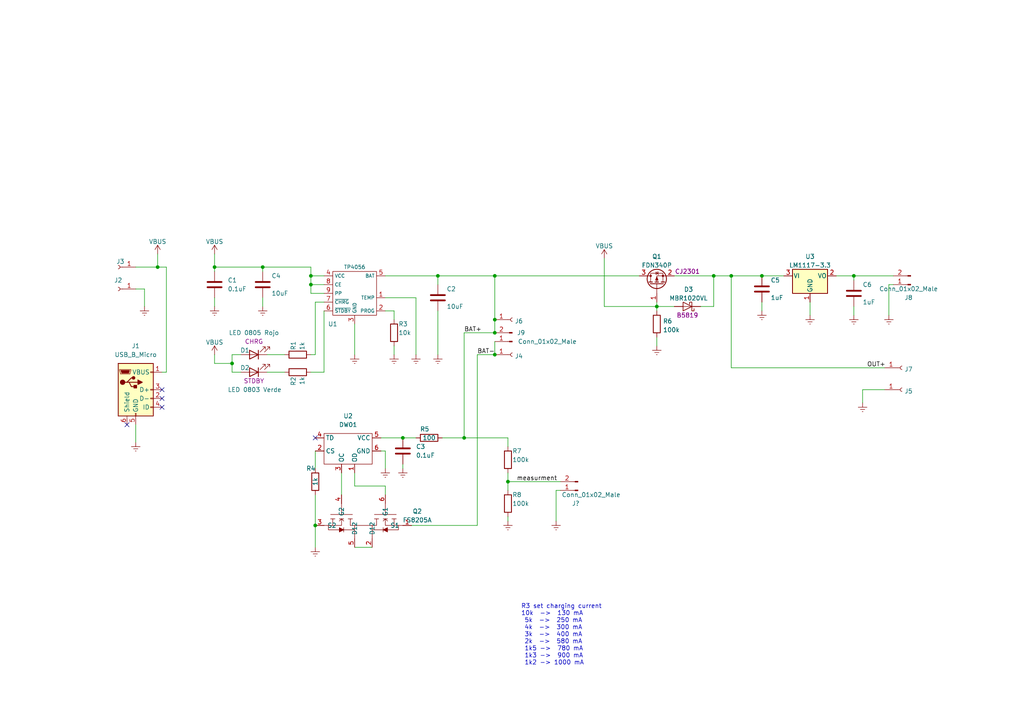
<source format=kicad_sch>
(kicad_sch (version 20211123) (generator eeschema)
  (paper "A4")
  (title_block (title "Batery charger w/TP4056, protect and power path") (date "2022-08-01"))
  (lib_symbols
    (symbol "Connector:Conn_01x01_Female" (pin_names (offset 1.016) hide)
      (property "Reference" "J" (at 0 2.54 0))
      (property "Value" "Conn_01x01_Female" (at 0 -2.54 0))
      (symbol "Conn_01x01_Female_1_1"
        (polyline (pts (xy -1.27 0) (xy -0.508 0)) (stroke (width 0.1524)))
        (arc (start 0 0.508) (mid -0.508 0) (end 0 -0.508) (stroke (width 0.1524)))
        (pin passive line (at -5.08 0 0) (length 3.81) (name "Pin_1") (number "1"))
      )
    )
    (symbol "Connector:Conn_01x02_Male" (pin_names (offset 1.016) hide)
      (property "Reference" "J" (at 0 2.54 0))
      (property "Value" "Conn_01x02_Male" (at 0 -5.08 0))
      (symbol "Conn_01x02_Male_1_1"
        (polyline (pts (xy 1.27 -2.54) (xy 0.8636 -2.54)) (stroke (width 0.1524)))
        (polyline (pts (xy 1.27 0) (xy 0.8636 0)) (stroke (width 0.1524)))
        (rectangle (start 0.8636 -2.413) (end 0 -2.667) (stroke (width 0.1524)) (fill (type outline)))
        (rectangle (start 0.8636 0.127) (end 0 -0.127) (stroke (width 0.1524)) (fill (type outline)))
        (pin passive line (at 5.08 0 180) (length 3.81) (name "Pin_1") (number "1"))
        (pin passive line (at 5.08 -2.54 180) (length 3.81) (name "Pin_2") (number "2"))
      )
    )
    (symbol "Connector:USB_B_Micro" (pin_names (offset 1.016))
      (property "Reference" "J" (at -5.08 11.43 0))
      (property "Value" "USB_B_Micro" (at -5.08 8.89 0))
      (symbol "USB_B_Micro_0_1"
        (rectangle (start -5.08 -7.62) (end 5.08 7.62) (stroke (width 0.254)) (fill (type background)))
        (circle (center -3.81 2.159) (radius 0.635) (stroke (width 0.254)) (fill (type outline)))
        (circle (center -0.635 3.429) (radius 0.381) (stroke (width 0.254)) (fill (type outline)))
        (rectangle (start -0.127 -7.62) (end 0.127 -6.858))
        (polyline (pts (xy -1.905 2.159) (xy 0.635 2.159)) (stroke (width 0.254)))
        (polyline (pts (xy -3.175 2.159) (xy -2.54 2.159) (xy -1.27 3.429) (xy -0.635 3.429)) (stroke (width 0.254)))
        (polyline (pts (xy -2.54 2.159) (xy -1.905 2.159) (xy -1.27 0.889) (xy 0 0.889)) (stroke (width 0.254)))
        (polyline (pts (xy 0.635 2.794) (xy 0.635 1.524) (xy 1.905 2.159) (xy 0.635 2.794)) (stroke (width 0.254)) (fill (type outline)))
        (polyline (pts (xy -4.318 5.588) (xy -1.778 5.588) (xy -2.032 4.826) (xy -4.064 4.826) (xy -4.318 5.588)) (fill (type outline)))
        (polyline (pts (xy -4.699 5.842) (xy -4.699 5.588) (xy -4.445 4.826) (xy -4.445 4.572) (xy -1.651 4.572) (xy -1.651 4.826) (xy -1.397 5.588) (xy -1.397 5.842) (xy -4.699 5.842)))
        (rectangle (start 0.254 1.27) (end -0.508 0.508) (stroke (width 0.254)) (fill (type outline)))
        (rectangle (start 5.08 -5.207) (end 4.318 -4.953))
        (rectangle (start 5.08 -2.667) (end 4.318 -2.413))
        (rectangle (start 5.08 -0.127) (end 4.318 0.127))
        (rectangle (start 5.08 4.953) (end 4.318 5.207))
      )
      (symbol "USB_B_Micro_1_1"
        (pin power_out line (at 7.62 5.08 180) (length 2.54) (name "VBUS") (number "1"))
        (pin bidirectional line (at 7.62 -2.54 180) (length 2.54) (name "D-") (number "2"))
        (pin bidirectional line (at 7.62 0 180) (length 2.54) (name "D+") (number "3"))
        (pin passive line (at 7.62 -5.08 180) (length 2.54) (name "ID") (number "4"))
        (pin power_out line (at 0 -10.16 90) (length 2.54) (name "GND") (number "5"))
        (pin passive line (at -2.54 -10.16 90) (length 2.54) (name "Shield") (number "6"))
      )
    )
    (symbol "Device:C" (pin_numbers hide) (pin_names (offset 0.254))
      (property "Reference" "C" (at 0.635 2.54 0))
      (property "Value" "C" (at 0.635 -2.54 0))
      (symbol "C_0_1"
        (polyline (pts (xy -2.032 -0.762) (xy 2.032 -0.762)) (stroke (width 0.508)))
        (polyline (pts (xy -2.032 0.762) (xy 2.032 0.762)) (stroke (width 0.508)))
      )
      (symbol "C_1_1"
        (pin passive line (at 0 3.81 270) (length 2.794) (name "~") (number "1"))
        (pin passive line (at 0 -3.81 90) (length 2.794) (name "~") (number "2"))
      )
    )
    (symbol "Device:LED" (pin_numbers hide) (pin_names (offset 1.016) hide)
      (property "Reference" "D" (at 0 2.54 0))
      (property "Value" "LED" (at 0 -2.54 0))
      (symbol "LED_0_1"
        (polyline (pts (xy -1.27 -1.27) (xy -1.27 1.27)) (stroke (width 0.254)))
        (polyline (pts (xy -1.27 0) (xy 1.27 0)))
        (polyline (pts (xy 1.27 -1.27) (xy 1.27 1.27) (xy -1.27 0) (xy 1.27 -1.27)) (stroke (width 0.254)))
        (polyline (pts (xy -3.048 -0.762) (xy -4.572 -2.286) (xy -3.81 -2.286) (xy -4.572 -2.286) (xy -4.572 -1.524)))
        (polyline (pts (xy -1.778 -0.762) (xy -3.302 -2.286) (xy -2.54 -2.286) (xy -3.302 -2.286) (xy -3.302 -1.524)))
      )
      (symbol "LED_1_1"
        (pin passive line (at -3.81 0 0) (length 2.54) (name "K") (number "1"))
        (pin passive line (at 3.81 0 180) (length 2.54) (name "A") (number "2"))
      )
    )
    (symbol "Device:R" (pin_numbers hide) (pin_names (offset 0))
      (property "Reference" "R" (at 2.032 0 90))
      (property "Value" "R" (at 0 0 90))
      (symbol "R_0_1"
        (rectangle (start -1.016 -2.54) (end 1.016 2.54) (stroke (width 0.254)))
      )
      (symbol "R_1_1"
        (pin passive line (at 0 3.81 270) (length 1.27) (name "~") (number "1"))
        (pin passive line (at 0 -3.81 90) (length 1.27) (name "~") (number "2"))
      )
    )
    (symbol "Diode:MBR1020VL" (pin_numbers hide) (pin_names hide)
      (property "Reference" "D" (at 0 2.54 0))
      (property "Value" "MBR1020VL" (at 0 -2.54 0))
      (symbol "MBR1020VL_0_1"
        (polyline (pts (xy 1.27 0) (xy -1.27 0)))
        (polyline (pts (xy 1.27 1.27) (xy 1.27 -1.27) (xy -1.27 0) (xy 1.27 1.27)) (stroke (width 0.2032)))
        (polyline (pts (xy -1.905 0.635) (xy -1.905 1.27) (xy -1.27 1.27) (xy -1.27 -1.27) (xy -0.635 -1.27) (xy -0.635 -0.635)) (stroke (width 0.2032)))
      )
      (symbol "MBR1020VL_1_1"
        (pin passive line (at -3.81 0 0) (length 2.54) (name "K") (number "1"))
        (pin passive line (at 3.81 0 180) (length 2.54) (name "A") (number "2"))
      )
    )
    (symbol "Regulator_Linear:LM1117-3.3" (pin_names (offset 0.254))
      (property "Reference" "U" (at -3.81 3.175 0))
      (property "Value" "LM1117-3.3" (at 0 3.175 0))
      (symbol "LM1117-3.3_0_1"
        (rectangle (start -5.08 -5.08) (end 5.08 1.905) (stroke (width 0.254)) (fill (type background)))
      )
      (symbol "LM1117-3.3_1_1"
        (pin power_in line (at 0 -7.62 90) (length 2.54) (name "GND") (number "1"))
        (pin power_out line (at 7.62 0 180) (length 2.54) (name "VO") (number "2"))
        (pin power_in line (at -7.62 0 0) (length 2.54) (name "VI") (number "3"))
      )
    )
    (symbol "Tochi:FS8205A" (pin_names (offset 1))
      (property "Reference" "Q" (at 0.635 4.445 0))
      (property "Value" "FS8205A" (at 6.985 -7.62 0))
      (symbol "FS8205A_0_1"
        (polyline (pts (xy -10.16 -2.54) (xy -11.43 -2.54)))
        (polyline (pts (xy -8.89 -2.54) (xy -10.16 -2.54)))
        (polyline (pts (xy -8.255 -0.635) (xy -9.525 -0.635)))
        (polyline (pts (xy -6.985 -0.635) (xy -5.715 -0.635)))
        (polyline (pts (xy -6.35 0.635) (xy -6.35 1.905)))
        (polyline (pts (xy -6.35 3.81) (xy -6.35 1.905)))
        (polyline (pts (xy -5.715 -3.175) (xy -5.715 -4.445)))
        (polyline (pts (xy -4.445 -0.635) (xy -3.175 -0.635)))
        (polyline (pts (xy -3.175 0.635) (xy -9.525 0.635)))
        (polyline (pts (xy -2.54 -6.35) (xy -2.54 -3.81)))
        (polyline (pts (xy 2.54 -6.35) (xy 2.54 -3.81)))
        (polyline (pts (xy 2.54 -2.54) (xy -2.54 -2.54)))
        (polyline (pts (xy 3.175 0.635) (xy 9.525 0.635)))
        (polyline (pts (xy 4.445 -0.635) (xy 3.175 -0.635)))
        (polyline (pts (xy 5.715 -3.175) (xy 5.715 -4.445)))
        (polyline (pts (xy 6.35 0.635) (xy 6.35 1.905)))
        (polyline (pts (xy 6.35 3.81) (xy 6.35 1.905)))
        (polyline (pts (xy 6.985 -0.635) (xy 5.715 -0.635)))
        (polyline (pts (xy 8.255 -0.635) (xy 9.525 -0.635)))
        (polyline (pts (xy 8.89 -2.54) (xy 10.16 -2.54)))
        (polyline (pts (xy 11.43 -2.54) (xy 10.16 -2.54)))
        (polyline (pts (xy -6.985 -3.81) (xy -10.16 -3.81) (xy -10.16 -2.54)))
        (polyline (pts (xy -6.985 -1.27) (xy -6.35 -0.635) (xy -5.715 -1.27)))
        (polyline (pts (xy -5.715 -3.81) (xy -2.54 -3.81) (xy -2.54 -2.54)))
        (polyline (pts (xy -3.81 -0.635) (xy -3.81 -2.54) (xy -2.54 -2.54)))
        (polyline (pts (xy 3.81 -0.635) (xy 3.81 -2.54) (xy 2.54 -2.54)))
        (polyline (pts (xy 5.715 -3.81) (xy 2.54 -3.81) (xy 2.54 -2.54)))
        (polyline (pts (xy 5.715 -1.27) (xy 6.35 -0.635) (xy 6.985 -1.27)))
        (polyline (pts (xy 6.985 -3.81) (xy 10.16 -3.81) (xy 10.16 -2.54)))
        (polyline (pts (xy -6.35 -0.635) (xy -6.35 -2.54) (xy -8.89 -2.54) (xy -8.89 -0.635)))
        (polyline (pts (xy -5.715 -3.81) (xy -6.985 -3.175) (xy -6.985 -4.445) (xy -5.715 -3.81)) (fill (type outline)))
        (polyline (pts (xy 5.715 -3.81) (xy 6.985 -3.175) (xy 6.985 -4.445) (xy 5.715 -3.81)) (fill (type outline)))
        (polyline (pts (xy 6.35 -0.635) (xy 6.35 -2.54) (xy 8.89 -2.54) (xy 8.89 -0.635)))
      )
      (symbol "FS8205A_1_1"
        (pin passive line (at -13.97 -2.54 0) (length 2.54) (name "S1") (number "1"))
        (pin passive line (at -2.54 -8.89 90) (length 2.54) (name "D12") (number "2"))
        (pin passive line (at 13.97 -2.54 180) (length 2.54) (name "S2") (number "3"))
        (pin passive line (at 6.35 6.35 270) (length 2.54) (name "G2") (number "4"))
        (pin passive line (at 2.54 -8.89 90) (length 2.54) (name "D12") (number "5"))
        (pin passive line (at -6.35 6.35 270) (length 2.54) (name "G1") (number "6"))
      )
    )
    (symbol "Transistor_FET:FDN340P" (pin_names hide)
      (property "Reference" "Q" (at 5.08 1.905 0))
      (property "Value" "FDN340P" (at 5.08 0 0))
      (symbol "FDN340P_0_1"
        (polyline (pts (xy 0.254 0) (xy -2.54 0)))
        (polyline (pts (xy 0.254 1.905) (xy 0.254 -1.905)) (stroke (width 0.254)))
        (polyline (pts (xy 0.762 -1.27) (xy 0.762 -2.286)) (stroke (width 0.254)))
        (polyline (pts (xy 0.762 0.508) (xy 0.762 -0.508)) (stroke (width 0.254)))
        (polyline (pts (xy 0.762 2.286) (xy 0.762 1.27)) (stroke (width 0.254)))
        (polyline (pts (xy 2.54 2.54) (xy 2.54 1.778)))
        (polyline (pts (xy 2.54 -2.54) (xy 2.54 0) (xy 0.762 0)))
        (polyline (pts (xy 0.762 1.778) (xy 3.302 1.778) (xy 3.302 -1.778) (xy 0.762 -1.778)))
        (polyline (pts (xy 2.286 0) (xy 1.27 0.381) (xy 1.27 -0.381) (xy 2.286 0)) (fill (type outline)))
        (polyline (pts (xy 2.794 -0.508) (xy 2.921 -0.381) (xy 3.683 -0.381) (xy 3.81 -0.254)))
        (polyline (pts (xy 3.302 -0.381) (xy 2.921 0.254) (xy 3.683 0.254) (xy 3.302 -0.381)))
        (circle (center 1.651 0) (radius 2.794) (stroke (width 0.254)))
        (circle (center 2.54 -1.778) (radius 0.254) (fill (type outline)))
        (circle (center 2.54 1.778) (radius 0.254) (fill (type outline)))
      )
      (symbol "FDN340P_1_1"
        (pin input line (at -5.08 0 0) (length 2.54) (name "G") (number "1"))
        (pin passive line (at 2.54 -5.08 90) (length 2.54) (name "S") (number "2"))
        (pin passive line (at 2.54 5.08 270) (length 2.54) (name "D") (number "3"))
      )
    )
    (symbol "dw01:DW01"
      (property "Reference" "U" (at 1.27 10.16 0))
      (property "Value" "DW01" (at 11.43 10.16 0))
      (symbol "DW01_0_1"
        (rectangle (start 0 8.89) (end 13.97 0))
      )
      (symbol "DW01_1_1"
        (pin input line (at 8.89 -2.54 90) (length 2.54) (name "OD") (number "1"))
        (pin input line (at -2.54 3.81 0) (length 2.54) (name "CS") (number "2"))
        (pin input line (at 5.08 -2.54 90) (length 2.54) (name "OC") (number "3"))
        (pin input line (at -2.54 7.62 0) (length 2.54) (name "TD") (number "4"))
        (pin input line (at 16.51 7.62 180) (length 2.54) (name "VCC") (number "5"))
        (pin input line (at 16.51 3.81 180) (length 2.54) (name "GND") (number "6"))
      )
    )
    (symbol "power:Earth" (power) (pin_names (offset 0))
      (symbol "Earth_0_1"
        (polyline (pts (xy -0.635 -1.905) (xy 0.635 -1.905)))
        (polyline (pts (xy -0.127 -2.54) (xy 0.127 -2.54)))
        (polyline (pts (xy 0 -1.27) (xy 0 0)))
        (polyline (pts (xy 1.27 -1.27) (xy -1.27 -1.27)))
      )
      (symbol "Earth_1_1"
        (pin power_in line (at 0 0 270) (length 0) hide (name "Earth") (number "1"))
      )
    )
    (symbol "power:VBUS" (power) (pin_names (offset 0))
      (property "Value" "VBUS" (at 0 3.81 0))
      (symbol "VBUS_0_1"
        (polyline (pts (xy -0.762 1.27) (xy 0 2.54)))
        (polyline (pts (xy 0 0) (xy 0 2.54)))
        (polyline (pts (xy 0 2.54) (xy 0.762 1.27)))
      )
      (symbol "VBUS_1_1"
        (pin power_in line (at 0 0 90) (length 0) hide (name "VBUS") (number "1"))
      )
    )
    (symbol "tp4056:TP4056"
      (property "Reference" "U" (at 1.27 13.97 0))
      (property "Value" "TP4056" (at 8.89 13.97 0))
      (symbol "TP4056_0_1"
        (rectangle (start 0 12.7) (end 12.7 0))
      )
      (symbol "TP4056_1_1"
        (pin input line (at 15.24 5.08 180) (length 2.54) (name "TEMP") (number "1"))
        (pin input line (at 15.24 1.27 180) (length 2.54) (name "PROG") (number "2"))
        (pin input line (at 6.35 -2.54 90) (length 2.54) (name "GND") (number "3"))
        (pin input line (at -2.54 11.43 0) (length 2.54) (name "VCC") (number "4"))
        (pin input line (at 15.24 11.43 180) (length 2.54) (name "BAT") (number "5"))
        (pin input line (at -2.54 1.27 0) (length 2.54) (name "~{STDBY}") (number "6"))
        (pin input line (at -2.54 3.81 0) (length 2.54) (name "~{CHRG}") (number "7"))
        (pin input line (at -2.54 8.89 0) (length 2.54) (name "CE") (number "8"))
        (pin input line (at -2.54 6.35 0) (length 2.54) (name "PP") (number "9"))
      )
    )
  )
  (junction (at 116.84 127))
  (junction (at 143.51 80.01))
  (junction (at 45.72 77.47))
  (junction (at 247.65 80.01))
  (junction (at 143.51 102.87))
  (junction (at 212.09 80.01))
  (junction (at 90.17 80.01))
  (junction (at 143.51 96.52))
  (junction (at 127 80.01))
  (junction (at 220.98 80.01))
  (junction (at 147.32 139.7))
  (junction (at 207.01 80.01))
  (junction (at 143.51 92.71))
  (junction (at 76.2 77.47))
  (junction (at 190.5 88.9))
  (junction (at 67.31 105.41))
  (junction (at 90.17 82.55))
  (junction (at 134.62 127))
  (junction (at 62.23 77.47))
  (junction (at 91.44 152.4))
  (no_connect (at 46.99 113.03))
  (no_connect (at 46.99 118.11))
  (no_connect (at 46.99 115.57))
  (no_connect (at 91.44 127))
  (no_connect (at 36.83 123.19))
  (wire (pts (xy 127 80.01) (xy 143.51 80.01)))
  (wire (pts (xy 257.81 82.55) (xy 259.08 82.55)))
  (wire (pts (xy 227.33 80.01) (xy 220.98 80.01)))
  (wire (pts (xy 190.5 90.17) (xy 190.5 88.9)))
  (wire (pts (xy 90.17 82.55) (xy 90.17 85.09)))
  (wire (pts (xy 257.81 91.44) (xy 257.81 82.55)))
  (wire (pts (xy 39.37 77.47) (xy 45.72 77.47)))
  (wire (pts (xy 46.99 107.95) (xy 48.26 107.95)))
  (wire (pts (xy 62.23 73.66) (xy 62.23 77.47)))
  (wire (pts (xy 143.51 102.87) (xy 138.43 102.87)))
  (wire (pts (xy 190.5 88.9) (xy 195.58 88.9)))
  (wire (pts (xy 90.17 102.87) (xy 91.44 102.87)))
  (wire (pts (xy 77.47 102.87) (xy 82.55 102.87)))
  (wire (pts (xy 90.17 80.01) (xy 93.98 80.01)))
  (wire (pts (xy 120.65 86.36) (xy 120.65 102.87)))
  (wire (pts (xy 91.44 152.4) (xy 91.44 158.75)))
  (wire (pts (xy 69.85 107.95) (xy 67.31 107.95)))
  (wire (pts (xy 134.62 96.52) (xy 143.51 96.52)))
  (wire (pts (xy 190.5 97.79) (xy 190.5 100.33)))
  (wire (pts (xy 147.32 137.16) (xy 147.32 139.7)))
  (wire (pts (xy 111.76 130.81) (xy 110.49 130.81)))
  (wire (pts (xy 90.17 80.01) (xy 90.17 82.55)))
  (wire (pts (xy 175.26 88.9) (xy 190.5 88.9)))
  (wire (pts (xy 48.26 77.47) (xy 48.26 107.95)))
  (wire (pts (xy 67.31 102.87) (xy 69.85 102.87)))
  (wire (pts (xy 247.65 80.01) (xy 259.08 80.01)))
  (wire (pts (xy 110.49 127) (xy 116.84 127)))
  (wire (pts (xy 247.65 81.28) (xy 247.65 80.01)))
  (wire (pts (xy 62.23 105.41) (xy 67.31 105.41)))
  (wire (pts (xy 161.29 151.13) (xy 161.29 142.24)))
  (wire (pts (xy 247.65 88.9) (xy 247.65 91.44)))
  (wire (pts (xy 48.26 77.47) (xy 45.72 77.47)))
  (wire (pts (xy 242.57 80.01) (xy 247.65 80.01)))
  (wire (pts (xy 39.37 83.82) (xy 41.91 83.82)))
  (wire (pts (xy 127 82.55) (xy 127 80.01)))
  (wire (pts (xy 114.3 100.33) (xy 114.3 102.87)))
  (wire (pts (xy 120.65 86.36) (xy 111.76 86.36)))
  (wire (pts (xy 99.06 137.16) (xy 99.06 143.51)))
  (wire (pts (xy 62.23 77.47) (xy 76.2 77.47)))
  (wire (pts (xy 234.95 87.63) (xy 234.95 91.44)))
  (wire (pts (xy 195.58 80.01) (xy 207.01 80.01)))
  (wire (pts (xy 62.23 86.36) (xy 62.23 88.9)))
  (wire (pts (xy 102.87 158.75) (xy 107.95 158.75)))
  (wire (pts (xy 111.76 140.97) (xy 111.76 143.51)))
  (wire (pts (xy 212.09 106.68) (xy 256.54 106.68)))
  (wire (pts (xy 102.87 93.98) (xy 102.87 102.87)))
  (wire (pts (xy 77.47 107.95) (xy 82.55 107.95)))
  (wire (pts (xy 102.87 140.97) (xy 111.76 140.97)))
  (wire (pts (xy 62.23 77.47) (xy 62.23 78.74)))
  (wire (pts (xy 102.87 140.97) (xy 102.87 137.16)))
  (wire (pts (xy 143.51 80.01) (xy 143.51 92.71)))
  (wire (pts (xy 91.44 130.81) (xy 91.44 135.89)))
  (wire (pts (xy 111.76 80.01) (xy 127 80.01)))
  (wire (pts (xy 147.32 139.7) (xy 162.56 139.7)))
  (wire (pts (xy 41.91 83.82) (xy 41.91 88.9)))
  (wire (pts (xy 90.17 77.47) (xy 90.17 80.01)))
  (wire (pts (xy 128.27 127) (xy 134.62 127)))
  (wire (pts (xy 212.09 80.01) (xy 207.01 80.01)))
  (wire (pts (xy 116.84 134.62) (xy 116.84 135.89)))
  (wire (pts (xy 127 90.17) (xy 127 102.87)))
  (wire (pts (xy 62.23 102.87) (xy 62.23 105.41)))
  (wire (pts (xy 67.31 105.41) (xy 67.31 102.87)))
  (wire (pts (xy 220.98 87.63) (xy 220.98 90.17)))
  (wire (pts (xy 143.51 99.06) (xy 143.51 102.87)))
  (wire (pts (xy 111.76 135.89) (xy 111.76 130.81)))
  (wire (pts (xy 212.09 106.68) (xy 212.09 80.01)))
  (wire (pts (xy 91.44 87.63) (xy 93.98 87.63)))
  (wire (pts (xy 147.32 149.86) (xy 147.32 151.13)))
  (wire (pts (xy 190.5 88.9) (xy 190.5 87.63)))
  (wire (pts (xy 91.44 102.87) (xy 91.44 87.63)))
  (wire (pts (xy 207.01 88.9) (xy 203.2 88.9)))
  (wire (pts (xy 143.51 92.71) (xy 143.51 96.52)))
  (wire (pts (xy 39.37 123.19) (xy 39.37 128.27)))
  (wire (pts (xy 134.62 96.52) (xy 134.62 127)))
  (wire (pts (xy 138.43 102.87) (xy 138.43 152.4)))
  (wire (pts (xy 207.01 80.01) (xy 207.01 88.9)))
  (wire (pts (xy 250.19 113.03) (xy 250.19 116.84)))
  (wire (pts (xy 175.26 74.93) (xy 175.26 88.9)))
  (wire (pts (xy 147.32 139.7) (xy 147.32 142.24)))
  (wire (pts (xy 90.17 82.55) (xy 93.98 82.55)))
  (wire (pts (xy 220.98 80.01) (xy 212.09 80.01)))
  (wire (pts (xy 116.84 127) (xy 120.65 127)))
  (wire (pts (xy 147.32 127) (xy 147.32 129.54)))
  (wire (pts (xy 138.43 152.4) (xy 119.38 152.4)))
  (wire (pts (xy 76.2 86.36) (xy 76.2 88.9)))
  (wire (pts (xy 76.2 77.47) (xy 76.2 78.74)))
  (wire (pts (xy 67.31 107.95) (xy 67.31 105.41)))
  (wire (pts (xy 250.19 113.03) (xy 256.54 113.03)))
  (wire (pts (xy 114.3 92.71) (xy 114.3 90.17)))
  (wire (pts (xy 161.29 142.24) (xy 162.56 142.24)))
  (wire (pts (xy 114.3 90.17) (xy 111.76 90.17)))
  (wire (pts (xy 90.17 107.95) (xy 93.98 107.95)))
  (wire (pts (xy 91.44 143.51) (xy 91.44 152.4)))
  (wire (pts (xy 93.98 107.95) (xy 93.98 90.17)))
  (wire (pts (xy 143.51 80.01) (xy 185.42 80.01)))
  (wire (pts (xy 76.2 77.47) (xy 90.17 77.47)))
  (wire (pts (xy 134.62 127) (xy 147.32 127)))
  (wire (pts (xy 45.72 73.66) (xy 45.72 77.47)))
  (wire (pts (xy 90.17 85.09) (xy 93.98 85.09)))
  (text "R3 set charging current\n10k  ->  130 mA\n 5k  ->  250 mA\n 4k  ->  300 mA\n 3k  ->  400 mA\n 2k  ->  580 mA\n 1k5 ->  780 mA\n 1k3 ->  900 mA\n 1k2 -> 1000 mA" (at 151.13 193.04 0) (effects (font (size 1.27 1.27)) (justify left bottom)))
  (label "OUT+" (at 251.46 106.68 0))
  (label "measurment" (at 149.86 139.7 0))
  (label "BAT-" (at 138.43 102.87 0))
  (label "BAT+" (at 134.62 96.52 0))
  (symbol (lib_id "power:Earth") (at 120.65 102.87 0) (unit 1)
    (property "Reference" "#PWR0109" (effects hide))
    (property "Value" "Earth" (effects hide))
  )
  (symbol (lib_id "Device:C") (at 127 86.36 0) (unit 1)
    (property "Reference" "C2" (at 129.54 83.82 0) (effects (justify left)))
    (property "Value" "10uF" (at 129.54 88.9 0) (effects (justify left)))
    (property "Footprint" "Capacitor_SMD:C_0805_2012Metric_Pad1.18x1.45mm_HandSolder" (effects hide))
  )
  (symbol (lib_id "Device:R") (at 147.32 146.05 0) (unit 1)
    (property "Reference" "R8" (at 148.59 143.51 0) (effects (justify left)))
    (property "Value" "100k" (at 148.59 146.05 0) (effects (justify left)))
    (property "Footprint" "Resistor_SMD:R_0805_2012Metric_Pad1.20x1.40mm_HandSolder" (effects hide))
  )
  (symbol (lib_id "power:Earth") (at 41.91 88.9 0) (unit 1)
    (property "Reference" "#PWR01" (effects hide))
    (property "Value" "Earth" (effects hide))
  )
  (symbol (lib_id "power:Earth") (at 116.84 135.89 0) (unit 1)
    (property "Reference" "#PWR0103" (effects hide))
    (property "Value" "Earth" (effects hide))
  )
  (symbol (lib_id "power:Earth") (at 127 102.87 0) (unit 1)
    (property "Reference" "#PWR0111" (effects hide))
    (property "Value" "Earth" (effects hide))
  )
  (symbol (lib_id "Device:C") (at 76.2 82.55 0) (unit 1)
    (property "Reference" "C4" (at 78.74 80.01 0) (effects (justify left)))
    (property "Value" "10uF" (at 78.74 85.09 0) (effects (justify left)))
    (property "Footprint" "Capacitor_SMD:C_0805_2012Metric_Pad1.18x1.45mm_HandSolder" (effects hide))
  )
  (symbol (lib_id "Device:LED") (at 73.66 102.87 180) (unit 1)
    (property "Reference" "D1" (at 72.39 101.6 0) (effects (justify left)))
    (property "Value" "LED 0805 Rojo" (at 73.66 96.52 0))
    (property "Footprint" "LED_SMD:LED_0805_2012Metric_Pad1.15x1.40mm_HandSolder" (effects hide))
    (property "Funcion" "CHRG" (at 73.66 99.06 0))
  )
  (symbol (lib_id "Device:R") (at 86.36 102.87 90) (unit 1)
    (property "Reference" "R1" (at 85.09 101.6 0) (effects (justify left)))
    (property "Value" "1k" (at 87.63 101.6 0) (effects (justify left)))
    (property "Footprint" "Resistor_SMD:R_0603_1608Metric_Pad0.98x0.95mm_HandSolder" (effects hide))
  )
  (symbol (lib_id "tp4056:TP4056") (at 96.52 91.44 0) (unit 1)
    (property "Reference" "U1" (at 96.52 93.98 0))
    (property "Value" "TP4056" (at 102.87 77.47 0) (effects (font (size 1.1 1.1))))
    (property "Footprint" "Package_SO:SOIC-8-1EP_3.9x4.9mm_P1.27mm_EP2.29x3mm" (effects hide))
  )
  (symbol (lib_id "Tochi:FS8205A") (at 105.41 149.86 0) (mirror y) (unit 1)
    (property "Reference" "Q2" (at 121.0318 148.3066 0))
    (property "Value" "FS8205A" (at 121.0318 150.8435 0))
    (property "Footprint" "Package_TO_SOT_SMD_AKL:TSOT-23-6_HandSoldering" (effects hide))
  )
  (symbol (lib_id "power:Earth") (at 102.87 102.87 0) (unit 1)
    (property "Reference" "#PWR0108" (effects hide))
    (property "Value" "Earth" (effects hide))
  )
  (symbol (lib_id "power:VBUS") (at 45.72 73.66 0) (unit 1)
    (property "Reference" "#PWR0112" (effects hide))
    (property "Value" "VBUS" (at 45.72 70.0842 0))
  )
  (symbol (lib_id "dw01:DW01") (at 93.98 134.62 0) (unit 1)
    (property "Reference" "U2" (at 100.965 120.65 0))
    (property "Value" "DW01" (at 100.965 123.19 0))
    (property "Footprint" "Package_TO_SOT_SMD:SOT-23-6_Handsoldering" (effects hide))
  )
  (symbol (lib_id "power:Earth") (at 91.44 158.75 0) (unit 1)
    (property "Reference" "#PWR0110" (effects hide))
    (property "Value" "Earth" (effects hide))
  )
  (symbol (lib_id "Regulator_Linear:LM1117-3.3") (at 234.95 80.01 0) (unit 1)
    (property "Reference" "U3" (at 234.95 74.4052 0))
    (property "Value" "LM1117-3.3" (at 234.95 76.9421 0))
    (property "Footprint" "Package_TO_SOT_SMD_AKL:SOT-23" (effects hide))
    (property "Datasheet" "http://www.ti.com/lit/ds/symlink/lm1117.pdf" (effects hide))
  )
  (symbol (lib_id "power:Earth") (at 257.81 91.44 0) (unit 1)
    (property "Reference" "#PWR0114" (effects hide))
    (property "Value" "Earth" (effects hide))
  )
  (symbol (lib_id "Connector:Conn_01x02_Male") (at 264.16 82.55 180) (unit 1)
    (property "Reference" "J8" (at 263.525 86.326 0))
    (property "Value" "Conn_01x02_Male" (at 263.525 83.7891 0))
    (property "Footprint" "Connector_PinHeader_2.54mm:PinHeader_1x02_P2.54mm_Vertical" (effects hide))
  )
  (symbol (lib_id "Device:C") (at 116.84 130.81 0) (unit 1)
    (property "Reference" "C3" (at 120.65 129.5399 0) (effects (justify left)))
    (property "Value" "0.1uF" (at 120.65 132.0799 0) (effects (justify left)))
    (property "Footprint" "Capacitor_SMD:C_0805_2012Metric_Pad1.18x1.45mm_HandSolder" (effects hide))
  )
  (symbol (lib_id "power:Earth") (at 111.76 135.89 0) (unit 1)
    (property "Reference" "#PWR0102" (effects hide))
    (property "Value" "Earth" (effects hide))
  )
  (symbol (lib_id "power:Earth") (at 161.29 151.13 0) (unit 1)
    (property "Reference" "#PWR?" (effects hide))
    (property "Value" "Earth" (effects hide))
  )
  (symbol (lib_id "Device:C") (at 62.23 82.55 0) (unit 1)
    (property "Reference" "C1" (at 66.04 81.2799 0) (effects (justify left)))
    (property "Value" "0.1uF" (at 66.04 83.8199 0) (effects (justify left)))
    (property "Footprint" "Capacitor_SMD:C_0805_2012Metric_Pad1.18x1.45mm_HandSolder" (effects hide))
  )
  (symbol (lib_id "power:Earth") (at 62.23 88.9 0) (unit 1)
    (property "Reference" "#PWR0106" (effects hide))
    (property "Value" "Earth" (effects hide))
  )
  (symbol (lib_id "Device:LED") (at 73.66 107.95 180) (unit 1)
    (property "Reference" "D2" (at 72.39 106.68 0) (effects (justify left)))
    (property "Value" "LED 0803 Verde" (at 66.04 113.03 0) (effects (justify right)))
    (property "Footprint" "LED_SMD:LED_0805_2012Metric_Pad1.15x1.40mm_HandSolder" (effects hide))
    (property "Función" "STDBY" (at 73.66 110.49 0))
  )
  (symbol (lib_id "Device:R") (at 114.3 96.52 0) (unit 1)
    (property "Reference" "R3" (at 115.57 93.98 0) (effects (justify left)))
    (property "Value" "10k" (at 115.57 96.52 0) (effects (justify left)))
    (property "Footprint" "Resistor_SMD:R_0805_2012Metric_Pad1.20x1.40mm_HandSolder" (effects hide))
  )
  (symbol (lib_id "power:Earth") (at 220.98 90.17 0) (unit 1)
    (property "Reference" "#PWR0119" (effects hide))
    (property "Value" "Earth" (effects hide))
  )
  (symbol (lib_id "power:Earth") (at 234.95 91.44 0) (unit 1)
    (property "Reference" "#PWR0118" (effects hide))
    (property "Value" "Earth" (effects hide))
  )
  (symbol (lib_id "power:VBUS") (at 175.26 74.93 0) (unit 1)
    (property "Reference" "#PWR?" (effects hide))
    (property "Value" "VBUS" (at 175.26 71.3542 0))
  )
  (symbol (lib_id "power:Earth") (at 76.2 88.9 0) (unit 1)
    (property "Reference" "#PWR0120" (effects hide))
    (property "Value" "Earth" (effects hide))
  )
  (symbol (lib_id "Connector:Conn_01x01_Female") (at 148.59 92.71 0) (unit 1)
    (property "Reference" "J6" (at 149.3012 93.1438 0) (effects (justify left)))
    (property "Value" "Conn_01x01_Female" (effects hide))
    (property "Footprint" "Connector_PinSocket_2.54mm:PinSocket_1x01_P2.54mm_Vertical" (effects hide))
  )
  (symbol (lib_id "Device:C") (at 220.98 83.82 0) (unit 1)
    (property "Reference" "C5" (at 223.52 81.28 0) (effects (justify left)))
    (property "Value" "1uF" (at 223.52 86.36 0) (effects (justify left)))
    (property "Footprint" "Capacitor_SMD:C_0805_2012Metric_Pad1.18x1.45mm_HandSolder" (effects hide))
  )
  (symbol (lib_id "Device:R") (at 91.44 139.7 180) (unit 1)
    (property "Reference" "R4" (at 90.17 135.89 0))
    (property "Value" "1k" (at 91.44 139.7 90))
    (property "Footprint" "Resistor_SMD:R_0603_1608Metric_Pad0.98x0.95mm_HandSolder" (effects hide))
  )
  (symbol (lib_id "power:Earth") (at 190.5 100.33 0) (unit 1)
    (property "Reference" "#PWR0101" (effects hide))
    (property "Value" "Earth" (effects hide))
  )
  (symbol (lib_id "Device:R") (at 124.46 127 270) (unit 1)
    (property "Reference" "R5" (at 123.19 124.46 90))
    (property "Value" "100" (at 124.46 127 90))
    (property "Footprint" "Resistor_SMD:R_0805_2012Metric_Pad1.20x1.40mm_HandSolder" (effects hide))
  )
  (symbol (lib_id "Connector:Conn_01x02_Male") (at 167.64 142.24 180) (unit 1)
    (property "Reference" "J?" (at 167.005 146.016 0))
    (property "Value" "Conn_01x02_Male" (at 171.45 143.51 0))
    (property "Footprint" "Connector_PinHeader_2.54mm:PinHeader_1x02_P2.54mm_Vertical" (effects hide))
  )
  (symbol (lib_id "Device:C") (at 247.65 85.09 0) (unit 1)
    (property "Reference" "C6" (at 250.19 82.55 0) (effects (justify left)))
    (property "Value" "1uF" (at 250.19 87.63 0) (effects (justify left)))
    (property "Footprint" "Capacitor_SMD:C_0805_2012Metric_Pad1.18x1.45mm_HandSolder" (effects hide))
  )
  (symbol (lib_id "Device:R") (at 147.32 133.35 0) (unit 1)
    (property "Reference" "R7" (at 148.59 130.81 0) (effects (justify left)))
    (property "Value" "100k" (at 148.59 133.35 0) (effects (justify left)))
    (property "Footprint" "Resistor_SMD:R_0805_2012Metric_Pad1.20x1.40mm_HandSolder" (effects hide))
  )
  (symbol (lib_id "Connector:Conn_01x01_Female") (at 148.59 102.87 0) (unit 1)
    (property "Reference" "J4" (at 149.3012 103.3038 0) (effects (justify left)))
    (property "Value" "Conn_01x01_Female" (effects hide))
    (property "Footprint" "Connector_PinSocket_2.54mm:PinSocket_1x01_P2.54mm_Vertical" (effects hide))
  )
  (symbol (lib_id "Connector:Conn_01x01_Female") (at 261.62 106.68 0) (unit 1)
    (property "Reference" "J7" (at 262.3312 107.1138 0) (effects (justify left)))
    (property "Value" "Conn_01x01_Female" (effects hide))
    (property "Footprint" "Connector_PinSocket_2.54mm:PinSocket_1x01_P2.54mm_Vertical" (effects hide))
  )
  (symbol (lib_id "power:Earth") (at 39.37 128.27 0) (unit 1)
    (property "Reference" "#PWR0105" (effects hide))
    (property "Value" "Earth" (effects hide))
  )
  (symbol (lib_id "Transistor_FET:FDN340P") (at 190.5 82.55 90) (unit 1)
    (property "Reference" "Q1" (at 190.5 74.4052 90))
    (property "Value" "FDN340P" (at 190.5 76.9421 90))
    (property "Footprint" "Package_TO_SOT_SMD:SOT-23" (effects hide))
    (property "Datasheet" "https://www.onsemi.com/pub/Collateral/FDN340P-D.PDF" (effects hide))
    (property "Alt" "CJ2301" (at 199.39 78.74 90))
  )
  (symbol (lib_id "Device:R") (at 190.5 93.98 0) (unit 1)
    (property "Reference" "R6" (at 192.278 93.1453 0) (effects (justify left)))
    (property "Value" "100k" (at 192.278 95.6822 0) (effects (justify left)))
    (property "Footprint" "Resistor_SMD:R_0805_2012Metric_Pad1.20x1.40mm_HandSolder" (effects hide))
  )
  (symbol (lib_id "Connector:Conn_01x02_Male") (at 148.59 99.06 180) (unit 1)
    (property "Reference" "J9" (at 151.13 96.52 0))
    (property "Value" "Conn_01x02_Male" (at 158.75 99.06 0))
    (property "Footprint" "Connector_JST:JST_PH_B2B-PH-K_1x02_P2.00mm_Vertical" (effects hide))
  )
  (symbol (lib_id "power:Earth") (at 147.32 151.13 0) (unit 1)
    (property "Reference" "#PWR0117" (effects hide))
    (property "Value" "Earth" (effects hide))
  )
  (symbol (lib_id "Connector:Conn_01x01_Female") (at 34.29 77.47 180) (unit 1)
    (property "Reference" "J3" (at 34.925 75.85 0))
    (property "Value" "Conn_01x01_Female" (effects hide))
    (property "Footprint" "Connector_PinSocket_2.54mm:PinSocket_1x01_P2.54mm_Vertical" (effects hide))
  )
  (symbol (lib_id "Device:R") (at 86.36 107.95 90) (unit 1)
    (property "Reference" "R2" (at 85.09 109.22 0) (effects (justify right)))
    (property "Value" "1k" (at 87.63 109.22 0) (effects (justify right)))
    (property "Footprint" "Resistor_SMD:R_0603_1608Metric_Pad0.98x0.95mm_HandSolder" (effects hide))
  )
  (symbol (lib_id "Diode:MBR1020VL") (at 199.39 88.9 180) (unit 1)
    (property "Reference" "D3" (at 199.7075 83.9556 0))
    (property "Value" "MBR1020VL" (at 199.7075 86.4925 0))
    (property "Footprint" "Diode_SMD:D_SOD-123F" (effects hide))
    (property "Datasheet" "https://www.onsemi.com/pub/Collateral/MBR1020VL-D.PDF" (effects hide))
    (property "Alt" "B5819" (at 199.39 91.44 0))
  )
  (symbol (lib_id "power:Earth") (at 114.3 102.87 0) (unit 1)
    (property "Reference" "#PWR0107" (effects hide))
    (property "Value" "Earth" (effects hide))
  )
  (symbol (lib_id "power:Earth") (at 250.19 116.84 0) (unit 1)
    (property "Reference" "#PWR0104" (effects hide))
    (property "Value" "Earth" (effects hide))
  )
  (symbol (lib_id "power:VBUS") (at 62.23 102.87 0) (unit 1)
    (property "Reference" "#PWR?" (effects hide))
    (property "Value" "VBUS" (at 62.23 99.2942 0))
  )
  (symbol (lib_id "Connector:Conn_01x01_Female") (at 34.29 83.82 180) (unit 1)
    (property "Reference" "J2" (at 34.29 81.28 0))
    (property "Value" "Conn_01x01_Female" (effects hide))
    (property "Footprint" "Connector_PinSocket_2.54mm:PinSocket_1x01_P2.54mm_Vertical" (effects hide))
  )
  (symbol (lib_id "power:VBUS") (at 62.23 73.66 0) (unit 1)
    (property "Reference" "#PWR0113" (effects hide))
    (property "Value" "VBUS" (at 62.23 70.0842 0))
  )
  (symbol (lib_id "Connector:Conn_01x01_Female") (at 261.62 113.03 0) (unit 1)
    (property "Reference" "J5" (at 262.3312 113.4638 0) (effects (justify left)))
    (property "Value" "Conn_01x01_Female" (effects hide))
    (property "Footprint" "Connector_PinSocket_2.54mm:PinSocket_1x01_P2.54mm_Vertical" (effects hide))
  )
  (symbol (lib_id "power:Earth") (at 247.65 91.44 0) (unit 1)
    (property "Reference" "#PWR0115" (effects hide))
    (property "Value" "Earth" (effects hide))
  )
  (symbol (lib_id "Connector:USB_B_Micro") (at 39.37 113.03 0) (unit 1)
    (property "Reference" "J1" (at 39.37 100.33 0))
    (property "Value" "USB_B_Micro" (at 39.37 102.87 0))
    (property "Footprint" "usb_footprint:tp4056_USB_Micro-B_Molex_47346-0001_fix" (effects hide))
  )
)
</source>
